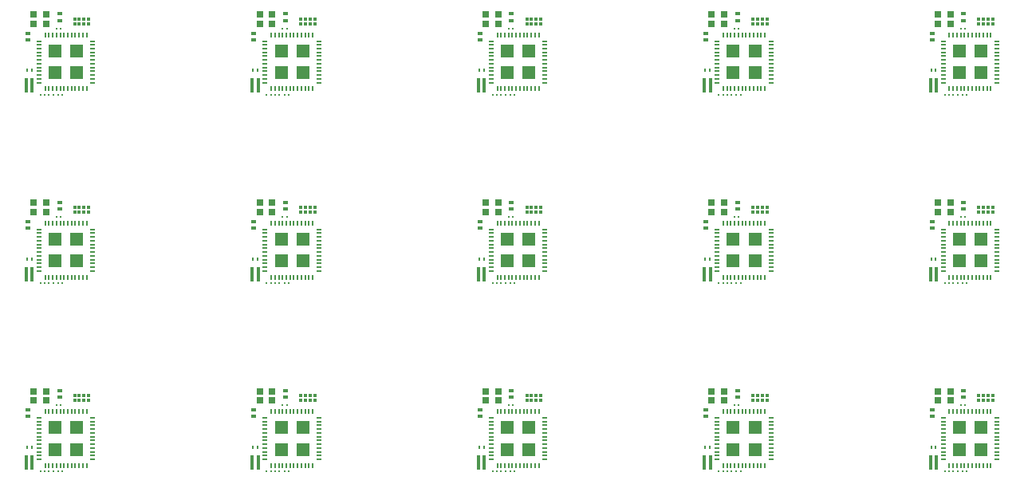
<source format=gbr>
G04 EAGLE Gerber X2 export*
%TF.Part,Single*%
%TF.FileFunction,Paste,Top*%
%TF.FilePolarity,Positive*%
%TF.GenerationSoftware,Autodesk,EAGLE,8.7.1*%
%TF.CreationDate,2018-04-12T23:37:32Z*%
G75*
%MOMM*%
%FSLAX34Y34*%
%LPD*%
%AMOC8*
5,1,8,0,0,1.08239X$1,22.5*%
G01*
%ADD10R,0.250000X0.250000*%
%ADD11R,0.750000X0.700000*%
%ADD12R,0.201250X0.595000*%
%ADD13R,0.595000X0.201250*%
%ADD14R,1.321200X1.321200*%
%ADD15R,0.350000X0.350000*%
%ADD16R,0.600000X0.400000*%
%ADD17R,0.350000X1.600000*%
%ADD18R,0.250000X0.300000*%


D10*
X24138Y8805D03*
X19566Y8805D03*
X38380Y8723D03*
X42952Y8723D03*
X28572Y8735D03*
X33144Y8735D03*
X36355Y78766D03*
X40927Y78766D03*
D11*
X25607Y83791D03*
X12107Y83791D03*
X12107Y93791D03*
X25607Y93791D03*
D12*
X44462Y14900D03*
X40462Y14900D03*
X36462Y14900D03*
X32462Y14900D03*
X28462Y14900D03*
X24462Y14900D03*
X48462Y14900D03*
X52462Y14900D03*
X56462Y14900D03*
X60462Y14900D03*
X64462Y14900D03*
X68462Y14900D03*
D13*
X75062Y21500D03*
X75062Y25500D03*
X75062Y29500D03*
X75062Y33500D03*
X75062Y37500D03*
X75062Y41500D03*
X75062Y45500D03*
X75062Y49500D03*
X75062Y53500D03*
X75062Y57500D03*
X75062Y61500D03*
X75062Y65500D03*
D12*
X68462Y72100D03*
X64462Y72100D03*
X60462Y72100D03*
X56462Y72100D03*
X52462Y72100D03*
X44462Y72100D03*
X48462Y72100D03*
X40462Y72100D03*
X36462Y72100D03*
X32462Y72100D03*
X24462Y72100D03*
X28462Y72100D03*
D13*
X17862Y65500D03*
X17862Y61500D03*
X17862Y57500D03*
X17862Y53500D03*
X17862Y49500D03*
X17862Y45500D03*
X17862Y41500D03*
X17862Y37500D03*
X17862Y33500D03*
X17862Y29500D03*
X17862Y25500D03*
X17862Y21500D03*
D14*
X34962Y55000D03*
X34962Y32000D03*
X57962Y32000D03*
X57962Y55000D03*
D15*
X70739Y83796D03*
X65739Y83796D03*
X60739Y83796D03*
X55739Y83796D03*
X70739Y88796D03*
X65739Y88796D03*
X60739Y88796D03*
X55739Y88796D03*
D16*
X5860Y66813D03*
X5860Y73813D03*
X39624Y87440D03*
X39624Y94440D03*
D17*
X4153Y18174D03*
X10653Y18174D03*
D18*
X10016Y34337D03*
X5016Y34337D03*
D10*
X264138Y8805D03*
X259566Y8805D03*
X278380Y8723D03*
X282952Y8723D03*
X268572Y8735D03*
X273144Y8735D03*
X276355Y78766D03*
X280927Y78766D03*
D11*
X265607Y83791D03*
X252107Y83791D03*
X252107Y93791D03*
X265607Y93791D03*
D12*
X284462Y14900D03*
X280462Y14900D03*
X276462Y14900D03*
X272462Y14900D03*
X268462Y14900D03*
X264462Y14900D03*
X288462Y14900D03*
X292462Y14900D03*
X296462Y14900D03*
X300462Y14900D03*
X304462Y14900D03*
X308462Y14900D03*
D13*
X315062Y21500D03*
X315062Y25500D03*
X315062Y29500D03*
X315062Y33500D03*
X315062Y37500D03*
X315062Y41500D03*
X315062Y45500D03*
X315062Y49500D03*
X315062Y53500D03*
X315062Y57500D03*
X315062Y61500D03*
X315062Y65500D03*
D12*
X308462Y72100D03*
X304462Y72100D03*
X300462Y72100D03*
X296462Y72100D03*
X292462Y72100D03*
X284462Y72100D03*
X288462Y72100D03*
X280462Y72100D03*
X276462Y72100D03*
X272462Y72100D03*
X264462Y72100D03*
X268462Y72100D03*
D13*
X257862Y65500D03*
X257862Y61500D03*
X257862Y57500D03*
X257862Y53500D03*
X257862Y49500D03*
X257862Y45500D03*
X257862Y41500D03*
X257862Y37500D03*
X257862Y33500D03*
X257862Y29500D03*
X257862Y25500D03*
X257862Y21500D03*
D14*
X274962Y55000D03*
X274962Y32000D03*
X297962Y32000D03*
X297962Y55000D03*
D15*
X310739Y83796D03*
X305739Y83796D03*
X300739Y83796D03*
X295739Y83796D03*
X310739Y88796D03*
X305739Y88796D03*
X300739Y88796D03*
X295739Y88796D03*
D16*
X245860Y66813D03*
X245860Y73813D03*
X279624Y87440D03*
X279624Y94440D03*
D17*
X244153Y18174D03*
X250653Y18174D03*
D18*
X250016Y34337D03*
X245016Y34337D03*
D10*
X504138Y8805D03*
X499566Y8805D03*
X518380Y8723D03*
X522952Y8723D03*
X508572Y8735D03*
X513144Y8735D03*
X516355Y78766D03*
X520927Y78766D03*
D11*
X505607Y83791D03*
X492107Y83791D03*
X492107Y93791D03*
X505607Y93791D03*
D12*
X524462Y14900D03*
X520462Y14900D03*
X516462Y14900D03*
X512462Y14900D03*
X508462Y14900D03*
X504462Y14900D03*
X528462Y14900D03*
X532462Y14900D03*
X536462Y14900D03*
X540462Y14900D03*
X544462Y14900D03*
X548462Y14900D03*
D13*
X555062Y21500D03*
X555062Y25500D03*
X555062Y29500D03*
X555062Y33500D03*
X555062Y37500D03*
X555062Y41500D03*
X555062Y45500D03*
X555062Y49500D03*
X555062Y53500D03*
X555062Y57500D03*
X555062Y61500D03*
X555062Y65500D03*
D12*
X548462Y72100D03*
X544462Y72100D03*
X540462Y72100D03*
X536462Y72100D03*
X532462Y72100D03*
X524462Y72100D03*
X528462Y72100D03*
X520462Y72100D03*
X516462Y72100D03*
X512462Y72100D03*
X504462Y72100D03*
X508462Y72100D03*
D13*
X497862Y65500D03*
X497862Y61500D03*
X497862Y57500D03*
X497862Y53500D03*
X497862Y49500D03*
X497862Y45500D03*
X497862Y41500D03*
X497862Y37500D03*
X497862Y33500D03*
X497862Y29500D03*
X497862Y25500D03*
X497862Y21500D03*
D14*
X514962Y55000D03*
X514962Y32000D03*
X537962Y32000D03*
X537962Y55000D03*
D15*
X550739Y83796D03*
X545739Y83796D03*
X540739Y83796D03*
X535739Y83796D03*
X550739Y88796D03*
X545739Y88796D03*
X540739Y88796D03*
X535739Y88796D03*
D16*
X485860Y66813D03*
X485860Y73813D03*
X519624Y87440D03*
X519624Y94440D03*
D17*
X484153Y18174D03*
X490653Y18174D03*
D18*
X490016Y34337D03*
X485016Y34337D03*
D10*
X744138Y8805D03*
X739566Y8805D03*
X758380Y8723D03*
X762952Y8723D03*
X748572Y8735D03*
X753144Y8735D03*
X756355Y78766D03*
X760927Y78766D03*
D11*
X745607Y83791D03*
X732107Y83791D03*
X732107Y93791D03*
X745607Y93791D03*
D12*
X764462Y14900D03*
X760462Y14900D03*
X756462Y14900D03*
X752462Y14900D03*
X748462Y14900D03*
X744462Y14900D03*
X768462Y14900D03*
X772462Y14900D03*
X776462Y14900D03*
X780462Y14900D03*
X784462Y14900D03*
X788462Y14900D03*
D13*
X795062Y21500D03*
X795062Y25500D03*
X795062Y29500D03*
X795062Y33500D03*
X795062Y37500D03*
X795062Y41500D03*
X795062Y45500D03*
X795062Y49500D03*
X795062Y53500D03*
X795062Y57500D03*
X795062Y61500D03*
X795062Y65500D03*
D12*
X788462Y72100D03*
X784462Y72100D03*
X780462Y72100D03*
X776462Y72100D03*
X772462Y72100D03*
X764462Y72100D03*
X768462Y72100D03*
X760462Y72100D03*
X756462Y72100D03*
X752462Y72100D03*
X744462Y72100D03*
X748462Y72100D03*
D13*
X737862Y65500D03*
X737862Y61500D03*
X737862Y57500D03*
X737862Y53500D03*
X737862Y49500D03*
X737862Y45500D03*
X737862Y41500D03*
X737862Y37500D03*
X737862Y33500D03*
X737862Y29500D03*
X737862Y25500D03*
X737862Y21500D03*
D14*
X754962Y55000D03*
X754962Y32000D03*
X777962Y32000D03*
X777962Y55000D03*
D15*
X790739Y83796D03*
X785739Y83796D03*
X780739Y83796D03*
X775739Y83796D03*
X790739Y88796D03*
X785739Y88796D03*
X780739Y88796D03*
X775739Y88796D03*
D16*
X725860Y66813D03*
X725860Y73813D03*
X759624Y87440D03*
X759624Y94440D03*
D17*
X724153Y18174D03*
X730653Y18174D03*
D18*
X730016Y34337D03*
X725016Y34337D03*
D10*
X984138Y8805D03*
X979566Y8805D03*
X998380Y8723D03*
X1002952Y8723D03*
X988572Y8735D03*
X993144Y8735D03*
X996355Y78766D03*
X1000927Y78766D03*
D11*
X985607Y83791D03*
X972107Y83791D03*
X972107Y93791D03*
X985607Y93791D03*
D12*
X1004462Y14900D03*
X1000462Y14900D03*
X996462Y14900D03*
X992462Y14900D03*
X988462Y14900D03*
X984462Y14900D03*
X1008462Y14900D03*
X1012462Y14900D03*
X1016462Y14900D03*
X1020462Y14900D03*
X1024462Y14900D03*
X1028462Y14900D03*
D13*
X1035062Y21500D03*
X1035062Y25500D03*
X1035062Y29500D03*
X1035062Y33500D03*
X1035062Y37500D03*
X1035062Y41500D03*
X1035062Y45500D03*
X1035062Y49500D03*
X1035062Y53500D03*
X1035062Y57500D03*
X1035062Y61500D03*
X1035062Y65500D03*
D12*
X1028462Y72100D03*
X1024462Y72100D03*
X1020462Y72100D03*
X1016462Y72100D03*
X1012462Y72100D03*
X1004462Y72100D03*
X1008462Y72100D03*
X1000462Y72100D03*
X996462Y72100D03*
X992462Y72100D03*
X984462Y72100D03*
X988462Y72100D03*
D13*
X977862Y65500D03*
X977862Y61500D03*
X977862Y57500D03*
X977862Y53500D03*
X977862Y49500D03*
X977862Y45500D03*
X977862Y41500D03*
X977862Y37500D03*
X977862Y33500D03*
X977862Y29500D03*
X977862Y25500D03*
X977862Y21500D03*
D14*
X994962Y55000D03*
X994962Y32000D03*
X1017962Y32000D03*
X1017962Y55000D03*
D15*
X1030739Y83796D03*
X1025739Y83796D03*
X1020739Y83796D03*
X1015739Y83796D03*
X1030739Y88796D03*
X1025739Y88796D03*
X1020739Y88796D03*
X1015739Y88796D03*
D16*
X965860Y66813D03*
X965860Y73813D03*
X999624Y87440D03*
X999624Y94440D03*
D17*
X964153Y18174D03*
X970653Y18174D03*
D18*
X970016Y34337D03*
X965016Y34337D03*
D10*
X24138Y208805D03*
X19566Y208805D03*
X38380Y208723D03*
X42952Y208723D03*
X28572Y208735D03*
X33144Y208735D03*
X36355Y278766D03*
X40927Y278766D03*
D11*
X25607Y283791D03*
X12107Y283791D03*
X12107Y293791D03*
X25607Y293791D03*
D12*
X44462Y214900D03*
X40462Y214900D03*
X36462Y214900D03*
X32462Y214900D03*
X28462Y214900D03*
X24462Y214900D03*
X48462Y214900D03*
X52462Y214900D03*
X56462Y214900D03*
X60462Y214900D03*
X64462Y214900D03*
X68462Y214900D03*
D13*
X75062Y221500D03*
X75062Y225500D03*
X75062Y229500D03*
X75062Y233500D03*
X75062Y237500D03*
X75062Y241500D03*
X75062Y245500D03*
X75062Y249500D03*
X75062Y253500D03*
X75062Y257500D03*
X75062Y261500D03*
X75062Y265500D03*
D12*
X68462Y272100D03*
X64462Y272100D03*
X60462Y272100D03*
X56462Y272100D03*
X52462Y272100D03*
X44462Y272100D03*
X48462Y272100D03*
X40462Y272100D03*
X36462Y272100D03*
X32462Y272100D03*
X24462Y272100D03*
X28462Y272100D03*
D13*
X17862Y265500D03*
X17862Y261500D03*
X17862Y257500D03*
X17862Y253500D03*
X17862Y249500D03*
X17862Y245500D03*
X17862Y241500D03*
X17862Y237500D03*
X17862Y233500D03*
X17862Y229500D03*
X17862Y225500D03*
X17862Y221500D03*
D14*
X34962Y255000D03*
X34962Y232000D03*
X57962Y232000D03*
X57962Y255000D03*
D15*
X70739Y283796D03*
X65739Y283796D03*
X60739Y283796D03*
X55739Y283796D03*
X70739Y288796D03*
X65739Y288796D03*
X60739Y288796D03*
X55739Y288796D03*
D16*
X5860Y266813D03*
X5860Y273813D03*
X39624Y287440D03*
X39624Y294440D03*
D17*
X4153Y218174D03*
X10653Y218174D03*
D18*
X10016Y234337D03*
X5016Y234337D03*
D10*
X264138Y208805D03*
X259566Y208805D03*
X278380Y208723D03*
X282952Y208723D03*
X268572Y208735D03*
X273144Y208735D03*
X276355Y278766D03*
X280927Y278766D03*
D11*
X265607Y283791D03*
X252107Y283791D03*
X252107Y293791D03*
X265607Y293791D03*
D12*
X284462Y214900D03*
X280462Y214900D03*
X276462Y214900D03*
X272462Y214900D03*
X268462Y214900D03*
X264462Y214900D03*
X288462Y214900D03*
X292462Y214900D03*
X296462Y214900D03*
X300462Y214900D03*
X304462Y214900D03*
X308462Y214900D03*
D13*
X315062Y221500D03*
X315062Y225500D03*
X315062Y229500D03*
X315062Y233500D03*
X315062Y237500D03*
X315062Y241500D03*
X315062Y245500D03*
X315062Y249500D03*
X315062Y253500D03*
X315062Y257500D03*
X315062Y261500D03*
X315062Y265500D03*
D12*
X308462Y272100D03*
X304462Y272100D03*
X300462Y272100D03*
X296462Y272100D03*
X292462Y272100D03*
X284462Y272100D03*
X288462Y272100D03*
X280462Y272100D03*
X276462Y272100D03*
X272462Y272100D03*
X264462Y272100D03*
X268462Y272100D03*
D13*
X257862Y265500D03*
X257862Y261500D03*
X257862Y257500D03*
X257862Y253500D03*
X257862Y249500D03*
X257862Y245500D03*
X257862Y241500D03*
X257862Y237500D03*
X257862Y233500D03*
X257862Y229500D03*
X257862Y225500D03*
X257862Y221500D03*
D14*
X274962Y255000D03*
X274962Y232000D03*
X297962Y232000D03*
X297962Y255000D03*
D15*
X310739Y283796D03*
X305739Y283796D03*
X300739Y283796D03*
X295739Y283796D03*
X310739Y288796D03*
X305739Y288796D03*
X300739Y288796D03*
X295739Y288796D03*
D16*
X245860Y266813D03*
X245860Y273813D03*
X279624Y287440D03*
X279624Y294440D03*
D17*
X244153Y218174D03*
X250653Y218174D03*
D18*
X250016Y234337D03*
X245016Y234337D03*
D10*
X504138Y208805D03*
X499566Y208805D03*
X518380Y208723D03*
X522952Y208723D03*
X508572Y208735D03*
X513144Y208735D03*
X516355Y278766D03*
X520927Y278766D03*
D11*
X505607Y283791D03*
X492107Y283791D03*
X492107Y293791D03*
X505607Y293791D03*
D12*
X524462Y214900D03*
X520462Y214900D03*
X516462Y214900D03*
X512462Y214900D03*
X508462Y214900D03*
X504462Y214900D03*
X528462Y214900D03*
X532462Y214900D03*
X536462Y214900D03*
X540462Y214900D03*
X544462Y214900D03*
X548462Y214900D03*
D13*
X555062Y221500D03*
X555062Y225500D03*
X555062Y229500D03*
X555062Y233500D03*
X555062Y237500D03*
X555062Y241500D03*
X555062Y245500D03*
X555062Y249500D03*
X555062Y253500D03*
X555062Y257500D03*
X555062Y261500D03*
X555062Y265500D03*
D12*
X548462Y272100D03*
X544462Y272100D03*
X540462Y272100D03*
X536462Y272100D03*
X532462Y272100D03*
X524462Y272100D03*
X528462Y272100D03*
X520462Y272100D03*
X516462Y272100D03*
X512462Y272100D03*
X504462Y272100D03*
X508462Y272100D03*
D13*
X497862Y265500D03*
X497862Y261500D03*
X497862Y257500D03*
X497862Y253500D03*
X497862Y249500D03*
X497862Y245500D03*
X497862Y241500D03*
X497862Y237500D03*
X497862Y233500D03*
X497862Y229500D03*
X497862Y225500D03*
X497862Y221500D03*
D14*
X514962Y255000D03*
X514962Y232000D03*
X537962Y232000D03*
X537962Y255000D03*
D15*
X550739Y283796D03*
X545739Y283796D03*
X540739Y283796D03*
X535739Y283796D03*
X550739Y288796D03*
X545739Y288796D03*
X540739Y288796D03*
X535739Y288796D03*
D16*
X485860Y266813D03*
X485860Y273813D03*
X519624Y287440D03*
X519624Y294440D03*
D17*
X484153Y218174D03*
X490653Y218174D03*
D18*
X490016Y234337D03*
X485016Y234337D03*
D10*
X744138Y208805D03*
X739566Y208805D03*
X758380Y208723D03*
X762952Y208723D03*
X748572Y208735D03*
X753144Y208735D03*
X756355Y278766D03*
X760927Y278766D03*
D11*
X745607Y283791D03*
X732107Y283791D03*
X732107Y293791D03*
X745607Y293791D03*
D12*
X764462Y214900D03*
X760462Y214900D03*
X756462Y214900D03*
X752462Y214900D03*
X748462Y214900D03*
X744462Y214900D03*
X768462Y214900D03*
X772462Y214900D03*
X776462Y214900D03*
X780462Y214900D03*
X784462Y214900D03*
X788462Y214900D03*
D13*
X795062Y221500D03*
X795062Y225500D03*
X795062Y229500D03*
X795062Y233500D03*
X795062Y237500D03*
X795062Y241500D03*
X795062Y245500D03*
X795062Y249500D03*
X795062Y253500D03*
X795062Y257500D03*
X795062Y261500D03*
X795062Y265500D03*
D12*
X788462Y272100D03*
X784462Y272100D03*
X780462Y272100D03*
X776462Y272100D03*
X772462Y272100D03*
X764462Y272100D03*
X768462Y272100D03*
X760462Y272100D03*
X756462Y272100D03*
X752462Y272100D03*
X744462Y272100D03*
X748462Y272100D03*
D13*
X737862Y265500D03*
X737862Y261500D03*
X737862Y257500D03*
X737862Y253500D03*
X737862Y249500D03*
X737862Y245500D03*
X737862Y241500D03*
X737862Y237500D03*
X737862Y233500D03*
X737862Y229500D03*
X737862Y225500D03*
X737862Y221500D03*
D14*
X754962Y255000D03*
X754962Y232000D03*
X777962Y232000D03*
X777962Y255000D03*
D15*
X790739Y283796D03*
X785739Y283796D03*
X780739Y283796D03*
X775739Y283796D03*
X790739Y288796D03*
X785739Y288796D03*
X780739Y288796D03*
X775739Y288796D03*
D16*
X725860Y266813D03*
X725860Y273813D03*
X759624Y287440D03*
X759624Y294440D03*
D17*
X724153Y218174D03*
X730653Y218174D03*
D18*
X730016Y234337D03*
X725016Y234337D03*
D10*
X984138Y208805D03*
X979566Y208805D03*
X998380Y208723D03*
X1002952Y208723D03*
X988572Y208735D03*
X993144Y208735D03*
X996355Y278766D03*
X1000927Y278766D03*
D11*
X985607Y283791D03*
X972107Y283791D03*
X972107Y293791D03*
X985607Y293791D03*
D12*
X1004462Y214900D03*
X1000462Y214900D03*
X996462Y214900D03*
X992462Y214900D03*
X988462Y214900D03*
X984462Y214900D03*
X1008462Y214900D03*
X1012462Y214900D03*
X1016462Y214900D03*
X1020462Y214900D03*
X1024462Y214900D03*
X1028462Y214900D03*
D13*
X1035062Y221500D03*
X1035062Y225500D03*
X1035062Y229500D03*
X1035062Y233500D03*
X1035062Y237500D03*
X1035062Y241500D03*
X1035062Y245500D03*
X1035062Y249500D03*
X1035062Y253500D03*
X1035062Y257500D03*
X1035062Y261500D03*
X1035062Y265500D03*
D12*
X1028462Y272100D03*
X1024462Y272100D03*
X1020462Y272100D03*
X1016462Y272100D03*
X1012462Y272100D03*
X1004462Y272100D03*
X1008462Y272100D03*
X1000462Y272100D03*
X996462Y272100D03*
X992462Y272100D03*
X984462Y272100D03*
X988462Y272100D03*
D13*
X977862Y265500D03*
X977862Y261500D03*
X977862Y257500D03*
X977862Y253500D03*
X977862Y249500D03*
X977862Y245500D03*
X977862Y241500D03*
X977862Y237500D03*
X977862Y233500D03*
X977862Y229500D03*
X977862Y225500D03*
X977862Y221500D03*
D14*
X994962Y255000D03*
X994962Y232000D03*
X1017962Y232000D03*
X1017962Y255000D03*
D15*
X1030739Y283796D03*
X1025739Y283796D03*
X1020739Y283796D03*
X1015739Y283796D03*
X1030739Y288796D03*
X1025739Y288796D03*
X1020739Y288796D03*
X1015739Y288796D03*
D16*
X965860Y266813D03*
X965860Y273813D03*
X999624Y287440D03*
X999624Y294440D03*
D17*
X964153Y218174D03*
X970653Y218174D03*
D18*
X970016Y234337D03*
X965016Y234337D03*
D10*
X24138Y408805D03*
X19566Y408805D03*
X38380Y408723D03*
X42952Y408723D03*
X28572Y408735D03*
X33144Y408735D03*
X36355Y478766D03*
X40927Y478766D03*
D11*
X25607Y483791D03*
X12107Y483791D03*
X12107Y493791D03*
X25607Y493791D03*
D12*
X44462Y414900D03*
X40462Y414900D03*
X36462Y414900D03*
X32462Y414900D03*
X28462Y414900D03*
X24462Y414900D03*
X48462Y414900D03*
X52462Y414900D03*
X56462Y414900D03*
X60462Y414900D03*
X64462Y414900D03*
X68462Y414900D03*
D13*
X75062Y421500D03*
X75062Y425500D03*
X75062Y429500D03*
X75062Y433500D03*
X75062Y437500D03*
X75062Y441500D03*
X75062Y445500D03*
X75062Y449500D03*
X75062Y453500D03*
X75062Y457500D03*
X75062Y461500D03*
X75062Y465500D03*
D12*
X68462Y472100D03*
X64462Y472100D03*
X60462Y472100D03*
X56462Y472100D03*
X52462Y472100D03*
X44462Y472100D03*
X48462Y472100D03*
X40462Y472100D03*
X36462Y472100D03*
X32462Y472100D03*
X24462Y472100D03*
X28462Y472100D03*
D13*
X17862Y465500D03*
X17862Y461500D03*
X17862Y457500D03*
X17862Y453500D03*
X17862Y449500D03*
X17862Y445500D03*
X17862Y441500D03*
X17862Y437500D03*
X17862Y433500D03*
X17862Y429500D03*
X17862Y425500D03*
X17862Y421500D03*
D14*
X34962Y455000D03*
X34962Y432000D03*
X57962Y432000D03*
X57962Y455000D03*
D15*
X70739Y483796D03*
X65739Y483796D03*
X60739Y483796D03*
X55739Y483796D03*
X70739Y488796D03*
X65739Y488796D03*
X60739Y488796D03*
X55739Y488796D03*
D16*
X5860Y466813D03*
X5860Y473813D03*
X39624Y487440D03*
X39624Y494440D03*
D17*
X4153Y418174D03*
X10653Y418174D03*
D18*
X10016Y434337D03*
X5016Y434337D03*
D10*
X264138Y408805D03*
X259566Y408805D03*
X278380Y408723D03*
X282952Y408723D03*
X268572Y408735D03*
X273144Y408735D03*
X276355Y478766D03*
X280927Y478766D03*
D11*
X265607Y483791D03*
X252107Y483791D03*
X252107Y493791D03*
X265607Y493791D03*
D12*
X284462Y414900D03*
X280462Y414900D03*
X276462Y414900D03*
X272462Y414900D03*
X268462Y414900D03*
X264462Y414900D03*
X288462Y414900D03*
X292462Y414900D03*
X296462Y414900D03*
X300462Y414900D03*
X304462Y414900D03*
X308462Y414900D03*
D13*
X315062Y421500D03*
X315062Y425500D03*
X315062Y429500D03*
X315062Y433500D03*
X315062Y437500D03*
X315062Y441500D03*
X315062Y445500D03*
X315062Y449500D03*
X315062Y453500D03*
X315062Y457500D03*
X315062Y461500D03*
X315062Y465500D03*
D12*
X308462Y472100D03*
X304462Y472100D03*
X300462Y472100D03*
X296462Y472100D03*
X292462Y472100D03*
X284462Y472100D03*
X288462Y472100D03*
X280462Y472100D03*
X276462Y472100D03*
X272462Y472100D03*
X264462Y472100D03*
X268462Y472100D03*
D13*
X257862Y465500D03*
X257862Y461500D03*
X257862Y457500D03*
X257862Y453500D03*
X257862Y449500D03*
X257862Y445500D03*
X257862Y441500D03*
X257862Y437500D03*
X257862Y433500D03*
X257862Y429500D03*
X257862Y425500D03*
X257862Y421500D03*
D14*
X274962Y455000D03*
X274962Y432000D03*
X297962Y432000D03*
X297962Y455000D03*
D15*
X310739Y483796D03*
X305739Y483796D03*
X300739Y483796D03*
X295739Y483796D03*
X310739Y488796D03*
X305739Y488796D03*
X300739Y488796D03*
X295739Y488796D03*
D16*
X245860Y466813D03*
X245860Y473813D03*
X279624Y487440D03*
X279624Y494440D03*
D17*
X244153Y418174D03*
X250653Y418174D03*
D18*
X250016Y434337D03*
X245016Y434337D03*
D10*
X504138Y408805D03*
X499566Y408805D03*
X518380Y408723D03*
X522952Y408723D03*
X508572Y408735D03*
X513144Y408735D03*
X516355Y478766D03*
X520927Y478766D03*
D11*
X505607Y483791D03*
X492107Y483791D03*
X492107Y493791D03*
X505607Y493791D03*
D12*
X524462Y414900D03*
X520462Y414900D03*
X516462Y414900D03*
X512462Y414900D03*
X508462Y414900D03*
X504462Y414900D03*
X528462Y414900D03*
X532462Y414900D03*
X536462Y414900D03*
X540462Y414900D03*
X544462Y414900D03*
X548462Y414900D03*
D13*
X555062Y421500D03*
X555062Y425500D03*
X555062Y429500D03*
X555062Y433500D03*
X555062Y437500D03*
X555062Y441500D03*
X555062Y445500D03*
X555062Y449500D03*
X555062Y453500D03*
X555062Y457500D03*
X555062Y461500D03*
X555062Y465500D03*
D12*
X548462Y472100D03*
X544462Y472100D03*
X540462Y472100D03*
X536462Y472100D03*
X532462Y472100D03*
X524462Y472100D03*
X528462Y472100D03*
X520462Y472100D03*
X516462Y472100D03*
X512462Y472100D03*
X504462Y472100D03*
X508462Y472100D03*
D13*
X497862Y465500D03*
X497862Y461500D03*
X497862Y457500D03*
X497862Y453500D03*
X497862Y449500D03*
X497862Y445500D03*
X497862Y441500D03*
X497862Y437500D03*
X497862Y433500D03*
X497862Y429500D03*
X497862Y425500D03*
X497862Y421500D03*
D14*
X514962Y455000D03*
X514962Y432000D03*
X537962Y432000D03*
X537962Y455000D03*
D15*
X550739Y483796D03*
X545739Y483796D03*
X540739Y483796D03*
X535739Y483796D03*
X550739Y488796D03*
X545739Y488796D03*
X540739Y488796D03*
X535739Y488796D03*
D16*
X485860Y466813D03*
X485860Y473813D03*
X519624Y487440D03*
X519624Y494440D03*
D17*
X484153Y418174D03*
X490653Y418174D03*
D18*
X490016Y434337D03*
X485016Y434337D03*
D10*
X744138Y408805D03*
X739566Y408805D03*
X758380Y408723D03*
X762952Y408723D03*
X748572Y408735D03*
X753144Y408735D03*
X756355Y478766D03*
X760927Y478766D03*
D11*
X745607Y483791D03*
X732107Y483791D03*
X732107Y493791D03*
X745607Y493791D03*
D12*
X764462Y414900D03*
X760462Y414900D03*
X756462Y414900D03*
X752462Y414900D03*
X748462Y414900D03*
X744462Y414900D03*
X768462Y414900D03*
X772462Y414900D03*
X776462Y414900D03*
X780462Y414900D03*
X784462Y414900D03*
X788462Y414900D03*
D13*
X795062Y421500D03*
X795062Y425500D03*
X795062Y429500D03*
X795062Y433500D03*
X795062Y437500D03*
X795062Y441500D03*
X795062Y445500D03*
X795062Y449500D03*
X795062Y453500D03*
X795062Y457500D03*
X795062Y461500D03*
X795062Y465500D03*
D12*
X788462Y472100D03*
X784462Y472100D03*
X780462Y472100D03*
X776462Y472100D03*
X772462Y472100D03*
X764462Y472100D03*
X768462Y472100D03*
X760462Y472100D03*
X756462Y472100D03*
X752462Y472100D03*
X744462Y472100D03*
X748462Y472100D03*
D13*
X737862Y465500D03*
X737862Y461500D03*
X737862Y457500D03*
X737862Y453500D03*
X737862Y449500D03*
X737862Y445500D03*
X737862Y441500D03*
X737862Y437500D03*
X737862Y433500D03*
X737862Y429500D03*
X737862Y425500D03*
X737862Y421500D03*
D14*
X754962Y455000D03*
X754962Y432000D03*
X777962Y432000D03*
X777962Y455000D03*
D15*
X790739Y483796D03*
X785739Y483796D03*
X780739Y483796D03*
X775739Y483796D03*
X790739Y488796D03*
X785739Y488796D03*
X780739Y488796D03*
X775739Y488796D03*
D16*
X725860Y466813D03*
X725860Y473813D03*
X759624Y487440D03*
X759624Y494440D03*
D17*
X724153Y418174D03*
X730653Y418174D03*
D18*
X730016Y434337D03*
X725016Y434337D03*
D10*
X984138Y408805D03*
X979566Y408805D03*
X998380Y408723D03*
X1002952Y408723D03*
X988572Y408735D03*
X993144Y408735D03*
X996355Y478766D03*
X1000927Y478766D03*
D11*
X985607Y483791D03*
X972107Y483791D03*
X972107Y493791D03*
X985607Y493791D03*
D12*
X1004462Y414900D03*
X1000462Y414900D03*
X996462Y414900D03*
X992462Y414900D03*
X988462Y414900D03*
X984462Y414900D03*
X1008462Y414900D03*
X1012462Y414900D03*
X1016462Y414900D03*
X1020462Y414900D03*
X1024462Y414900D03*
X1028462Y414900D03*
D13*
X1035062Y421500D03*
X1035062Y425500D03*
X1035062Y429500D03*
X1035062Y433500D03*
X1035062Y437500D03*
X1035062Y441500D03*
X1035062Y445500D03*
X1035062Y449500D03*
X1035062Y453500D03*
X1035062Y457500D03*
X1035062Y461500D03*
X1035062Y465500D03*
D12*
X1028462Y472100D03*
X1024462Y472100D03*
X1020462Y472100D03*
X1016462Y472100D03*
X1012462Y472100D03*
X1004462Y472100D03*
X1008462Y472100D03*
X1000462Y472100D03*
X996462Y472100D03*
X992462Y472100D03*
X984462Y472100D03*
X988462Y472100D03*
D13*
X977862Y465500D03*
X977862Y461500D03*
X977862Y457500D03*
X977862Y453500D03*
X977862Y449500D03*
X977862Y445500D03*
X977862Y441500D03*
X977862Y437500D03*
X977862Y433500D03*
X977862Y429500D03*
X977862Y425500D03*
X977862Y421500D03*
D14*
X994962Y455000D03*
X994962Y432000D03*
X1017962Y432000D03*
X1017962Y455000D03*
D15*
X1030739Y483796D03*
X1025739Y483796D03*
X1020739Y483796D03*
X1015739Y483796D03*
X1030739Y488796D03*
X1025739Y488796D03*
X1020739Y488796D03*
X1015739Y488796D03*
D16*
X965860Y466813D03*
X965860Y473813D03*
X999624Y487440D03*
X999624Y494440D03*
D17*
X964153Y418174D03*
X970653Y418174D03*
D18*
X970016Y434337D03*
X965016Y434337D03*
M02*

</source>
